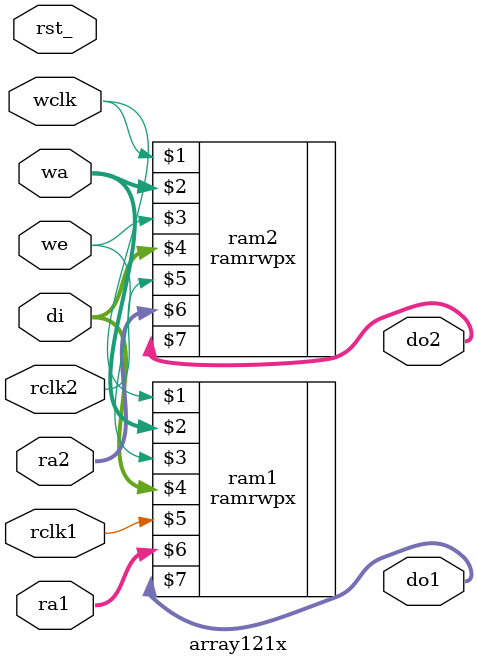
<source format=v>

module array121x (rst_,wclk,wa,we,di,rclk1,ra1,do1,rclk2,ra2,do2);

parameter ADDRBIT = 9;
parameter DEPTH = 512;
parameter WIDTH = 32;
parameter TYPE = "AUTO";		//This parameter is for synthesis only (Do not remove)
parameter MAXDEPTH = 0;

input               rst_;
input               wclk;
input [ADDRBIT-1:0] wa;
input               we;
input [WIDTH-1:0]   di;
input               rclk1;
input [ADDRBIT-1:0] ra1;
output [WIDTH-1:0]  do1;
input               rclk2;
input [ADDRBIT-1:0] ra2;
output [WIDTH-1:0]  do2;

ramrwpx #(ADDRBIT,DEPTH,WIDTH) ram1 (wclk,wa,we,di,rclk1,ra1,do1);
ramrwpx #(ADDRBIT,DEPTH,WIDTH) ram2 (wclk,wa,we,di,rclk2,ra2,do2);

endmodule


</source>
